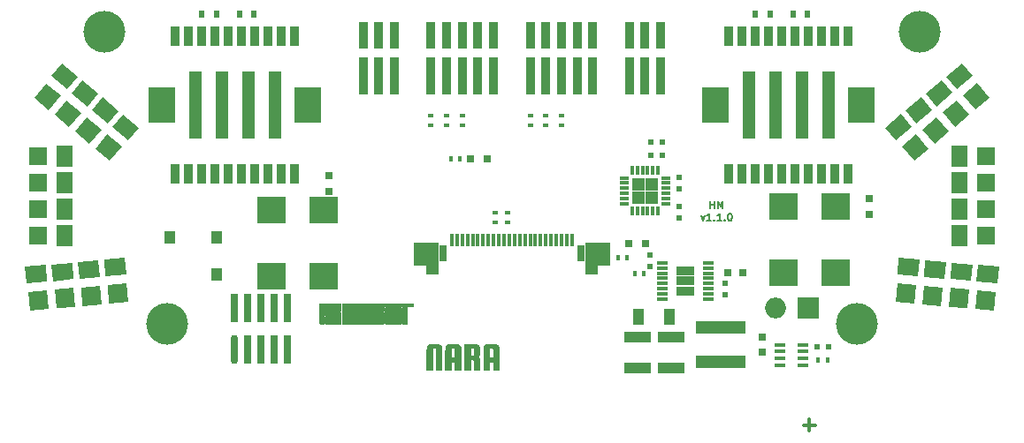
<source format=gbr>
G04 #@! TF.FileFunction,Soldermask,Top*
%FSLAX46Y46*%
G04 Gerber Fmt 4.6, Leading zero omitted, Abs format (unit mm)*
G04 Created by KiCad (PCBNEW 4.0.7-e2-6376~58~ubuntu16.04.1) date Wed Apr 25 00:12:18 2018*
%MOMM*%
%LPD*%
G01*
G04 APERTURE LIST*
%ADD10C,0.100000*%
%ADD11C,0.300000*%
%ADD12C,0.127000*%
%ADD13C,0.010000*%
%ADD14C,4.000000*%
%ADD15R,2.700000X2.550000*%
%ADD16R,0.850000X2.650000*%
%ADD17R,0.850000X3.550000*%
%ADD18R,4.700000X1.200000*%
%ADD19R,1.000000X1.300000*%
%ADD20R,1.000000X1.200000*%
%ADD21R,1.000000X0.300000*%
%ADD22R,0.825000X0.950000*%
%ADD23R,1.060000X0.400000*%
%ADD24R,0.300000X0.850000*%
%ADD25R,0.850000X0.300000*%
%ADD26R,1.300000X1.300000*%
%ADD27R,1.000000X1.600000*%
%ADD28R,0.500000X0.600000*%
%ADD29R,0.800000X0.750000*%
%ADD30R,0.750000X0.800000*%
%ADD31R,2.500000X1.000000*%
%ADD32R,0.600000X0.500000*%
%ADD33R,0.600000X0.700000*%
%ADD34R,0.800000X0.800000*%
%ADD35R,0.400000X0.600000*%
%ADD36R,0.600000X0.400000*%
%ADD37R,0.300000X1.250000*%
%ADD38R,2.400000X2.200000*%
%ADD39R,1.300000X0.850000*%
%ADD40R,0.800000X1.600000*%
%ADD41O,0.740000X2.800000*%
%ADD42R,0.740000X2.800000*%
%ADD43R,2.000000X2.000000*%
%ADD44O,2.000000X2.000000*%
%ADD45R,0.860000X1.930000*%
%ADD46R,2.500000X3.400000*%
%ADD47R,1.270000X6.400000*%
%ADD48R,1.600000X2.000000*%
%ADD49R,1.800000X1.800000*%
G04 APERTURE END LIST*
D10*
D11*
X76071428Y792857D02*
X74928571Y792857D01*
X75500000Y221429D02*
X75500000Y1364286D01*
D12*
X66000001Y21571833D02*
X66000001Y22271833D01*
X66000001Y21938500D02*
X66400001Y21938500D01*
X66400001Y21571833D02*
X66400001Y22271833D01*
X66733334Y21571833D02*
X66733334Y22271833D01*
X66966667Y21771833D01*
X67200000Y22271833D01*
X67200000Y21571833D01*
X65100000Y20861500D02*
X65266667Y20394833D01*
X65433333Y20861500D01*
X66066666Y20394833D02*
X65666666Y20394833D01*
X65866666Y20394833D02*
X65866666Y21094833D01*
X65800000Y20994833D01*
X65733333Y20928167D01*
X65666666Y20894833D01*
X66366667Y20461500D02*
X66400000Y20428167D01*
X66366667Y20394833D01*
X66333333Y20428167D01*
X66366667Y20461500D01*
X66366667Y20394833D01*
X67066666Y20394833D02*
X66666666Y20394833D01*
X66866666Y20394833D02*
X66866666Y21094833D01*
X66800000Y20994833D01*
X66733333Y20928167D01*
X66666666Y20894833D01*
X67366667Y20461500D02*
X67400000Y20428167D01*
X67366667Y20394833D01*
X67333333Y20428167D01*
X67366667Y20461500D01*
X67366667Y20394833D01*
X67833333Y21094833D02*
X67900000Y21094833D01*
X67966666Y21061500D01*
X68000000Y21028167D01*
X68033333Y20961500D01*
X68066666Y20828167D01*
X68066666Y20661500D01*
X68033333Y20528167D01*
X68000000Y20461500D01*
X67966666Y20428167D01*
X67900000Y20394833D01*
X67833333Y20394833D01*
X67766666Y20428167D01*
X67733333Y20461500D01*
X67700000Y20528167D01*
X67666666Y20661500D01*
X67666666Y20828167D01*
X67700000Y20961500D01*
X67733333Y21028167D01*
X67766666Y21061500D01*
X67833333Y21094833D01*
D13*
G36*
X39506442Y8569937D02*
X39595361Y8568950D01*
X39697693Y8567338D01*
X39778154Y8565635D01*
X39840272Y8563552D01*
X39887574Y8560797D01*
X39923590Y8557078D01*
X39951846Y8552106D01*
X39975871Y8545590D01*
X39999193Y8537237D01*
X40004330Y8535223D01*
X40085784Y8489945D01*
X40155316Y8425403D01*
X40207667Y8346843D01*
X40219516Y8320631D01*
X40248950Y8247750D01*
X40255844Y6044300D01*
X39721900Y6044300D01*
X39721900Y7096432D01*
X39721879Y7284563D01*
X39721795Y7448933D01*
X39721610Y7591182D01*
X39721291Y7712950D01*
X39720800Y7815876D01*
X39720104Y7901601D01*
X39719165Y7971763D01*
X39717950Y8028002D01*
X39716422Y8071958D01*
X39714545Y8105270D01*
X39712285Y8129577D01*
X39709606Y8146521D01*
X39706472Y8157739D01*
X39702849Y8164872D01*
X39698699Y8169560D01*
X39698674Y8169582D01*
X39681974Y8179707D01*
X39655503Y8186120D01*
X39614222Y8189518D01*
X39553092Y8190594D01*
X39546274Y8190601D01*
X39514596Y8191593D01*
X39486823Y8193537D01*
X39462703Y8194880D01*
X39441981Y8194070D01*
X39424403Y8189555D01*
X39409714Y8179785D01*
X39397661Y8163206D01*
X39387989Y8138268D01*
X39380444Y8103418D01*
X39374771Y8057104D01*
X39370717Y7997776D01*
X39368027Y7923880D01*
X39366447Y7833866D01*
X39365723Y7726181D01*
X39365600Y7599274D01*
X39365825Y7451593D01*
X39366143Y7281586D01*
X39366299Y7092050D01*
X39366300Y6044300D01*
X38832900Y6044300D01*
X38832900Y7089718D01*
X38833073Y7307526D01*
X38833592Y7502811D01*
X38834452Y7675210D01*
X38835648Y7824363D01*
X38837176Y7949909D01*
X38839032Y8051486D01*
X38841210Y8128733D01*
X38843708Y8181288D01*
X38846389Y8208107D01*
X38875604Y8314661D01*
X38920690Y8401620D01*
X38982499Y8469870D01*
X39061884Y8520300D01*
X39159698Y8553798D01*
X39183034Y8558838D01*
X39227866Y8564414D01*
X39296416Y8568115D01*
X39389127Y8569952D01*
X39506442Y8569937D01*
X39506442Y8569937D01*
G37*
X39506442Y8569937D02*
X39595361Y8568950D01*
X39697693Y8567338D01*
X39778154Y8565635D01*
X39840272Y8563552D01*
X39887574Y8560797D01*
X39923590Y8557078D01*
X39951846Y8552106D01*
X39975871Y8545590D01*
X39999193Y8537237D01*
X40004330Y8535223D01*
X40085784Y8489945D01*
X40155316Y8425403D01*
X40207667Y8346843D01*
X40219516Y8320631D01*
X40248950Y8247750D01*
X40255844Y6044300D01*
X39721900Y6044300D01*
X39721900Y7096432D01*
X39721879Y7284563D01*
X39721795Y7448933D01*
X39721610Y7591182D01*
X39721291Y7712950D01*
X39720800Y7815876D01*
X39720104Y7901601D01*
X39719165Y7971763D01*
X39717950Y8028002D01*
X39716422Y8071958D01*
X39714545Y8105270D01*
X39712285Y8129577D01*
X39709606Y8146521D01*
X39706472Y8157739D01*
X39702849Y8164872D01*
X39698699Y8169560D01*
X39698674Y8169582D01*
X39681974Y8179707D01*
X39655503Y8186120D01*
X39614222Y8189518D01*
X39553092Y8190594D01*
X39546274Y8190601D01*
X39514596Y8191593D01*
X39486823Y8193537D01*
X39462703Y8194880D01*
X39441981Y8194070D01*
X39424403Y8189555D01*
X39409714Y8179785D01*
X39397661Y8163206D01*
X39387989Y8138268D01*
X39380444Y8103418D01*
X39374771Y8057104D01*
X39370717Y7997776D01*
X39368027Y7923880D01*
X39366447Y7833866D01*
X39365723Y7726181D01*
X39365600Y7599274D01*
X39365825Y7451593D01*
X39366143Y7281586D01*
X39366299Y7092050D01*
X39366300Y6044300D01*
X38832900Y6044300D01*
X38832900Y7089718D01*
X38833073Y7307526D01*
X38833592Y7502811D01*
X38834452Y7675210D01*
X38835648Y7824363D01*
X38837176Y7949909D01*
X38839032Y8051486D01*
X38841210Y8128733D01*
X38843708Y8181288D01*
X38846389Y8208107D01*
X38875604Y8314661D01*
X38920690Y8401620D01*
X38982499Y8469870D01*
X39061884Y8520300D01*
X39159698Y8553798D01*
X39183034Y8558838D01*
X39227866Y8564414D01*
X39296416Y8568115D01*
X39389127Y8569952D01*
X39506442Y8569937D01*
G36*
X41459160Y8565190D02*
X41548531Y8564881D01*
X41618722Y8564130D01*
X41672843Y8562742D01*
X41714004Y8560524D01*
X41745314Y8557284D01*
X41769885Y8552826D01*
X41790825Y8546958D01*
X41811246Y8539486D01*
X41820430Y8535817D01*
X41902334Y8489674D01*
X41972132Y8424437D01*
X42024417Y8345514D01*
X42035616Y8320631D01*
X42065050Y8247750D01*
X42071944Y6044300D01*
X41538000Y6044300D01*
X41538000Y6883162D01*
X41150650Y6876150D01*
X41143952Y6044300D01*
X40610900Y6044300D01*
X40611292Y7063475D01*
X40611510Y7232626D01*
X40612017Y7394164D01*
X40612791Y7546126D01*
X40613810Y7686551D01*
X40614133Y7719642D01*
X41144487Y7719642D01*
X41144692Y7619544D01*
X41145363Y7527654D01*
X41146437Y7447033D01*
X41147857Y7380742D01*
X41149561Y7331840D01*
X41151490Y7303389D01*
X41152766Y7297367D01*
X41167823Y7294391D01*
X41203595Y7291873D01*
X41255400Y7290014D01*
X41318556Y7289016D01*
X41349616Y7288900D01*
X41538000Y7288900D01*
X41538000Y7724623D01*
X41537764Y7849829D01*
X41537011Y7951653D01*
X41535669Y8032112D01*
X41533669Y8093220D01*
X41530939Y8136992D01*
X41527409Y8165444D01*
X41523010Y8180590D01*
X41522001Y8182225D01*
X41512486Y8191260D01*
X41496694Y8197215D01*
X41470228Y8200537D01*
X41428693Y8201670D01*
X41367693Y8201061D01*
X41341379Y8200528D01*
X41274040Y8198883D01*
X41227617Y8196811D01*
X41197631Y8193435D01*
X41179601Y8187880D01*
X41169047Y8179269D01*
X41161489Y8166726D01*
X41160715Y8165200D01*
X41155921Y8148456D01*
X41152073Y8117839D01*
X41149099Y8071349D01*
X41146927Y8006989D01*
X41145482Y7922759D01*
X41144693Y7816661D01*
X41144487Y7719642D01*
X40614133Y7719642D01*
X40615051Y7813474D01*
X40616492Y7924932D01*
X40618111Y8018964D01*
X40619885Y8093605D01*
X40621793Y8146893D01*
X40623811Y8176864D01*
X40623938Y8177900D01*
X40642585Y8265745D01*
X40673724Y8348134D01*
X40714266Y8418469D01*
X40760698Y8469806D01*
X40800470Y8497263D01*
X40850040Y8524496D01*
X40877600Y8536933D01*
X40898077Y8544837D01*
X40918266Y8551117D01*
X40941260Y8555958D01*
X40970155Y8559547D01*
X41008048Y8562071D01*
X41058032Y8563716D01*
X41123203Y8564670D01*
X41206656Y8565118D01*
X41311488Y8565246D01*
X41347500Y8565250D01*
X41459160Y8565190D01*
X41459160Y8565190D01*
G37*
X41459160Y8565190D02*
X41548531Y8564881D01*
X41618722Y8564130D01*
X41672843Y8562742D01*
X41714004Y8560524D01*
X41745314Y8557284D01*
X41769885Y8552826D01*
X41790825Y8546958D01*
X41811246Y8539486D01*
X41820430Y8535817D01*
X41902334Y8489674D01*
X41972132Y8424437D01*
X42024417Y8345514D01*
X42035616Y8320631D01*
X42065050Y8247750D01*
X42071944Y6044300D01*
X41538000Y6044300D01*
X41538000Y6883162D01*
X41150650Y6876150D01*
X41143952Y6044300D01*
X40610900Y6044300D01*
X40611292Y7063475D01*
X40611510Y7232626D01*
X40612017Y7394164D01*
X40612791Y7546126D01*
X40613810Y7686551D01*
X40614133Y7719642D01*
X41144487Y7719642D01*
X41144692Y7619544D01*
X41145363Y7527654D01*
X41146437Y7447033D01*
X41147857Y7380742D01*
X41149561Y7331840D01*
X41151490Y7303389D01*
X41152766Y7297367D01*
X41167823Y7294391D01*
X41203595Y7291873D01*
X41255400Y7290014D01*
X41318556Y7289016D01*
X41349616Y7288900D01*
X41538000Y7288900D01*
X41538000Y7724623D01*
X41537764Y7849829D01*
X41537011Y7951653D01*
X41535669Y8032112D01*
X41533669Y8093220D01*
X41530939Y8136992D01*
X41527409Y8165444D01*
X41523010Y8180590D01*
X41522001Y8182225D01*
X41512486Y8191260D01*
X41496694Y8197215D01*
X41470228Y8200537D01*
X41428693Y8201670D01*
X41367693Y8201061D01*
X41341379Y8200528D01*
X41274040Y8198883D01*
X41227617Y8196811D01*
X41197631Y8193435D01*
X41179601Y8187880D01*
X41169047Y8179269D01*
X41161489Y8166726D01*
X41160715Y8165200D01*
X41155921Y8148456D01*
X41152073Y8117839D01*
X41149099Y8071349D01*
X41146927Y8006989D01*
X41145482Y7922759D01*
X41144693Y7816661D01*
X41144487Y7719642D01*
X40614133Y7719642D01*
X40615051Y7813474D01*
X40616492Y7924932D01*
X40618111Y8018964D01*
X40619885Y8093605D01*
X40621793Y8146893D01*
X40623811Y8176864D01*
X40623938Y8177900D01*
X40642585Y8265745D01*
X40673724Y8348134D01*
X40714266Y8418469D01*
X40760698Y8469806D01*
X40800470Y8497263D01*
X40850040Y8524496D01*
X40877600Y8536933D01*
X40898077Y8544837D01*
X40918266Y8551117D01*
X40941260Y8555958D01*
X40970155Y8559547D01*
X41008048Y8562071D01*
X41058032Y8563716D01*
X41123203Y8564670D01*
X41206656Y8565118D01*
X41311488Y8565246D01*
X41347500Y8565250D01*
X41459160Y8565190D01*
G36*
X43120592Y8533128D02*
X43243366Y8532041D01*
X43349777Y8530289D01*
X43437809Y8527920D01*
X43505451Y8524981D01*
X43550688Y8521520D01*
X43563981Y8519664D01*
X43665620Y8489801D01*
X43750433Y8440935D01*
X43818335Y8373135D01*
X43869242Y8286469D01*
X43877012Y8267808D01*
X43886641Y8240878D01*
X43893958Y8212925D01*
X43899386Y8179718D01*
X43903346Y8137024D01*
X43906257Y8080611D01*
X43908543Y8006246D01*
X43910120Y7935139D01*
X43911414Y7823568D01*
X43910473Y7730806D01*
X43907352Y7658893D01*
X43902108Y7609870D01*
X43900884Y7603350D01*
X43874317Y7523194D01*
X43831703Y7451639D01*
X43777511Y7395577D01*
X43756704Y7380933D01*
X43702208Y7347004D01*
X43759397Y7308427D01*
X43818282Y7253923D01*
X43848867Y7206718D01*
X43881150Y7143586D01*
X43884833Y6593943D01*
X43888517Y6044300D01*
X43354100Y6044300D01*
X43354100Y6527735D01*
X43353744Y6665323D01*
X43352697Y6782872D01*
X43350983Y6879371D01*
X43348629Y6953807D01*
X43345661Y7005169D01*
X43342105Y7032447D01*
X43340953Y7035735D01*
X43333283Y7046026D01*
X43320318Y7052980D01*
X43297579Y7057237D01*
X43260587Y7059442D01*
X43204865Y7060234D01*
X43169503Y7060300D01*
X43011200Y7060300D01*
X43011200Y6044300D01*
X42477800Y6044300D01*
X42477800Y8165200D01*
X43011200Y8165200D01*
X43011200Y7441300D01*
X43175579Y7441300D01*
X43243203Y7441551D01*
X43290021Y7442773D01*
X43320623Y7445670D01*
X43339603Y7450945D01*
X43351552Y7459303D01*
X43359729Y7469526D01*
X43366951Y7492590D01*
X43372754Y7536216D01*
X43377146Y7596041D01*
X43380135Y7667700D01*
X43381730Y7746827D01*
X43381938Y7829059D01*
X43380767Y7910029D01*
X43378227Y7985375D01*
X43374324Y8050731D01*
X43369067Y8101732D01*
X43362464Y8134013D01*
X43358481Y8141975D01*
X43346718Y8151703D01*
X43329155Y8158309D01*
X43301216Y8162371D01*
X43258320Y8164467D01*
X43195890Y8165173D01*
X43174331Y8165200D01*
X43011200Y8165200D01*
X42477800Y8165200D01*
X42477800Y8533500D01*
X42983467Y8533500D01*
X43120592Y8533128D01*
X43120592Y8533128D01*
G37*
X43120592Y8533128D02*
X43243366Y8532041D01*
X43349777Y8530289D01*
X43437809Y8527920D01*
X43505451Y8524981D01*
X43550688Y8521520D01*
X43563981Y8519664D01*
X43665620Y8489801D01*
X43750433Y8440935D01*
X43818335Y8373135D01*
X43869242Y8286469D01*
X43877012Y8267808D01*
X43886641Y8240878D01*
X43893958Y8212925D01*
X43899386Y8179718D01*
X43903346Y8137024D01*
X43906257Y8080611D01*
X43908543Y8006246D01*
X43910120Y7935139D01*
X43911414Y7823568D01*
X43910473Y7730806D01*
X43907352Y7658893D01*
X43902108Y7609870D01*
X43900884Y7603350D01*
X43874317Y7523194D01*
X43831703Y7451639D01*
X43777511Y7395577D01*
X43756704Y7380933D01*
X43702208Y7347004D01*
X43759397Y7308427D01*
X43818282Y7253923D01*
X43848867Y7206718D01*
X43881150Y7143586D01*
X43884833Y6593943D01*
X43888517Y6044300D01*
X43354100Y6044300D01*
X43354100Y6527735D01*
X43353744Y6665323D01*
X43352697Y6782872D01*
X43350983Y6879371D01*
X43348629Y6953807D01*
X43345661Y7005169D01*
X43342105Y7032447D01*
X43340953Y7035735D01*
X43333283Y7046026D01*
X43320318Y7052980D01*
X43297579Y7057237D01*
X43260587Y7059442D01*
X43204865Y7060234D01*
X43169503Y7060300D01*
X43011200Y7060300D01*
X43011200Y6044300D01*
X42477800Y6044300D01*
X42477800Y8165200D01*
X43011200Y8165200D01*
X43011200Y7441300D01*
X43175579Y7441300D01*
X43243203Y7441551D01*
X43290021Y7442773D01*
X43320623Y7445670D01*
X43339603Y7450945D01*
X43351552Y7459303D01*
X43359729Y7469526D01*
X43366951Y7492590D01*
X43372754Y7536216D01*
X43377146Y7596041D01*
X43380135Y7667700D01*
X43381730Y7746827D01*
X43381938Y7829059D01*
X43380767Y7910029D01*
X43378227Y7985375D01*
X43374324Y8050731D01*
X43369067Y8101732D01*
X43362464Y8134013D01*
X43358481Y8141975D01*
X43346718Y8151703D01*
X43329155Y8158309D01*
X43301216Y8162371D01*
X43258320Y8164467D01*
X43195890Y8165173D01*
X43174331Y8165200D01*
X43011200Y8165200D01*
X42477800Y8165200D01*
X42477800Y8533500D01*
X42983467Y8533500D01*
X43120592Y8533128D01*
G36*
X45116760Y8565190D02*
X45206131Y8564881D01*
X45276322Y8564130D01*
X45330443Y8562742D01*
X45371604Y8560524D01*
X45402914Y8557284D01*
X45427485Y8552826D01*
X45448425Y8546958D01*
X45468846Y8539486D01*
X45478030Y8535817D01*
X45559934Y8489674D01*
X45629732Y8424437D01*
X45682017Y8345514D01*
X45693216Y8320631D01*
X45722650Y8247750D01*
X45729544Y6044300D01*
X45195600Y6044300D01*
X45195600Y6883162D01*
X44808250Y6876150D01*
X44801552Y6044300D01*
X44268500Y6044300D01*
X44268892Y7063475D01*
X44269110Y7232626D01*
X44269617Y7394164D01*
X44270391Y7546126D01*
X44271410Y7686551D01*
X44271733Y7719642D01*
X44802087Y7719642D01*
X44802292Y7619544D01*
X44802963Y7527654D01*
X44804037Y7447033D01*
X44805457Y7380742D01*
X44807161Y7331840D01*
X44809090Y7303389D01*
X44810366Y7297367D01*
X44825423Y7294391D01*
X44861195Y7291873D01*
X44913000Y7290014D01*
X44976156Y7289016D01*
X45007216Y7288900D01*
X45195600Y7288900D01*
X45195600Y7724623D01*
X45195364Y7849829D01*
X45194611Y7951653D01*
X45193269Y8032112D01*
X45191269Y8093220D01*
X45188539Y8136992D01*
X45185009Y8165444D01*
X45180610Y8180590D01*
X45179601Y8182225D01*
X45170086Y8191260D01*
X45154294Y8197215D01*
X45127828Y8200537D01*
X45086293Y8201670D01*
X45025293Y8201061D01*
X44998979Y8200528D01*
X44931640Y8198883D01*
X44885217Y8196811D01*
X44855231Y8193435D01*
X44837201Y8187880D01*
X44826647Y8179269D01*
X44819089Y8166726D01*
X44818315Y8165200D01*
X44813521Y8148456D01*
X44809673Y8117839D01*
X44806699Y8071349D01*
X44804527Y8006989D01*
X44803082Y7922759D01*
X44802293Y7816661D01*
X44802087Y7719642D01*
X44271733Y7719642D01*
X44272651Y7813474D01*
X44274092Y7924932D01*
X44275711Y8018964D01*
X44277485Y8093605D01*
X44279393Y8146893D01*
X44281411Y8176864D01*
X44281538Y8177900D01*
X44300185Y8265745D01*
X44331324Y8348134D01*
X44371866Y8418469D01*
X44418298Y8469806D01*
X44458070Y8497263D01*
X44507640Y8524496D01*
X44535200Y8536933D01*
X44555677Y8544837D01*
X44575866Y8551117D01*
X44598860Y8555958D01*
X44627755Y8559547D01*
X44665648Y8562071D01*
X44715632Y8563716D01*
X44780803Y8564670D01*
X44864256Y8565118D01*
X44969088Y8565246D01*
X45005100Y8565250D01*
X45116760Y8565190D01*
X45116760Y8565190D01*
G37*
X45116760Y8565190D02*
X45206131Y8564881D01*
X45276322Y8564130D01*
X45330443Y8562742D01*
X45371604Y8560524D01*
X45402914Y8557284D01*
X45427485Y8552826D01*
X45448425Y8546958D01*
X45468846Y8539486D01*
X45478030Y8535817D01*
X45559934Y8489674D01*
X45629732Y8424437D01*
X45682017Y8345514D01*
X45693216Y8320631D01*
X45722650Y8247750D01*
X45729544Y6044300D01*
X45195600Y6044300D01*
X45195600Y6883162D01*
X44808250Y6876150D01*
X44801552Y6044300D01*
X44268500Y6044300D01*
X44268892Y7063475D01*
X44269110Y7232626D01*
X44269617Y7394164D01*
X44270391Y7546126D01*
X44271410Y7686551D01*
X44271733Y7719642D01*
X44802087Y7719642D01*
X44802292Y7619544D01*
X44802963Y7527654D01*
X44804037Y7447033D01*
X44805457Y7380742D01*
X44807161Y7331840D01*
X44809090Y7303389D01*
X44810366Y7297367D01*
X44825423Y7294391D01*
X44861195Y7291873D01*
X44913000Y7290014D01*
X44976156Y7289016D01*
X45007216Y7288900D01*
X45195600Y7288900D01*
X45195600Y7724623D01*
X45195364Y7849829D01*
X45194611Y7951653D01*
X45193269Y8032112D01*
X45191269Y8093220D01*
X45188539Y8136992D01*
X45185009Y8165444D01*
X45180610Y8180590D01*
X45179601Y8182225D01*
X45170086Y8191260D01*
X45154294Y8197215D01*
X45127828Y8200537D01*
X45086293Y8201670D01*
X45025293Y8201061D01*
X44998979Y8200528D01*
X44931640Y8198883D01*
X44885217Y8196811D01*
X44855231Y8193435D01*
X44837201Y8187880D01*
X44826647Y8179269D01*
X44819089Y8166726D01*
X44818315Y8165200D01*
X44813521Y8148456D01*
X44809673Y8117839D01*
X44806699Y8071349D01*
X44804527Y8006989D01*
X44803082Y7922759D01*
X44802293Y7816661D01*
X44802087Y7719642D01*
X44271733Y7719642D01*
X44272651Y7813474D01*
X44274092Y7924932D01*
X44275711Y8018964D01*
X44277485Y8093605D01*
X44279393Y8146893D01*
X44281411Y8176864D01*
X44281538Y8177900D01*
X44300185Y8265745D01*
X44331324Y8348134D01*
X44371866Y8418469D01*
X44418298Y8469806D01*
X44458070Y8497263D01*
X44507640Y8524496D01*
X44535200Y8536933D01*
X44555677Y8544837D01*
X44575866Y8551117D01*
X44598860Y8555958D01*
X44627755Y8559547D01*
X44665648Y8562071D01*
X44715632Y8563716D01*
X44780803Y8564670D01*
X44864256Y8565118D01*
X44969088Y8565246D01*
X45005100Y8565250D01*
X45116760Y8565190D01*
G36*
X30526425Y12439150D02*
X30548540Y12426180D01*
X30570253Y12407467D01*
X30574567Y12402870D01*
X30597396Y12377479D01*
X30594620Y11786215D01*
X30579301Y11761442D01*
X30563137Y11740814D01*
X30542089Y11725352D01*
X30536811Y11722475D01*
X30509639Y11708280D01*
X29067954Y11708280D01*
X29070620Y12081660D01*
X30206000Y12084244D01*
X30206000Y12190880D01*
X28961430Y12190880D01*
X28958860Y10517020D01*
X28786140Y10516153D01*
X28744651Y10516067D01*
X28705931Y10516221D01*
X28671271Y10516589D01*
X28641966Y10517151D01*
X28619310Y10517883D01*
X28604594Y10518762D01*
X28599660Y10519468D01*
X28573803Y10532486D01*
X28552691Y10553801D01*
X28541761Y10572395D01*
X28529699Y10598300D01*
X28529649Y11480370D01*
X28529600Y12362440D01*
X28543790Y12389604D01*
X28560542Y12414248D01*
X28579787Y12432094D01*
X28601594Y12447420D01*
X30501112Y12450040D01*
X30526425Y12439150D01*
X30526425Y12439150D01*
G37*
X30526425Y12439150D02*
X30548540Y12426180D01*
X30570253Y12407467D01*
X30574567Y12402870D01*
X30597396Y12377479D01*
X30594620Y11786215D01*
X30579301Y11761442D01*
X30563137Y11740814D01*
X30542089Y11725352D01*
X30536811Y11722475D01*
X30509639Y11708280D01*
X29067954Y11708280D01*
X29070620Y12081660D01*
X30206000Y12084244D01*
X30206000Y12190880D01*
X28961430Y12190880D01*
X28958860Y10517020D01*
X28786140Y10516153D01*
X28744651Y10516067D01*
X28705931Y10516221D01*
X28671271Y10516589D01*
X28641966Y10517151D01*
X28619310Y10517883D01*
X28604594Y10518762D01*
X28599660Y10519468D01*
X28573803Y10532486D01*
X28552691Y10553801D01*
X28541761Y10572395D01*
X28529699Y10598300D01*
X28529649Y11480370D01*
X28529600Y12362440D01*
X28543790Y12389604D01*
X28560542Y12414248D01*
X28579787Y12432094D01*
X28601594Y12447420D01*
X30501112Y12450040D01*
X30526425Y12439150D01*
G36*
X29879798Y11596482D02*
X29980531Y11596369D01*
X30072978Y11596182D01*
X30156952Y11595923D01*
X30232265Y11595592D01*
X30298730Y11595192D01*
X30356159Y11594723D01*
X30404366Y11594186D01*
X30443162Y11593584D01*
X30472361Y11592917D01*
X30491775Y11592187D01*
X30501216Y11591395D01*
X30536911Y11581371D01*
X30563962Y11566232D01*
X30582576Y11545856D01*
X30585386Y11540987D01*
X30597160Y11518722D01*
X30597160Y10582673D01*
X30585730Y10560304D01*
X30575758Y10544471D01*
X30564169Y10531052D01*
X30559958Y10527478D01*
X30557855Y10526016D01*
X30555419Y10524697D01*
X30552142Y10523511D01*
X30547518Y10522451D01*
X30541039Y10521509D01*
X30532197Y10520677D01*
X30520485Y10519946D01*
X30505396Y10519308D01*
X30486423Y10518756D01*
X30463058Y10518280D01*
X30434794Y10517873D01*
X30401123Y10517527D01*
X30361539Y10517234D01*
X30315533Y10516985D01*
X30262599Y10516773D01*
X30202228Y10516589D01*
X30133915Y10516424D01*
X30057151Y10516272D01*
X29971429Y10516124D01*
X29876241Y10515971D01*
X29838598Y10515912D01*
X29737002Y10515767D01*
X29645103Y10515668D01*
X29562438Y10515620D01*
X29488544Y10515626D01*
X29422957Y10515689D01*
X29365216Y10515814D01*
X29314856Y10516003D01*
X29271415Y10516261D01*
X29234430Y10516592D01*
X29203437Y10516998D01*
X29177974Y10517484D01*
X29157578Y10518052D01*
X29141785Y10518708D01*
X29130133Y10519454D01*
X29122159Y10520294D01*
X29117399Y10521233D01*
X29116340Y10521614D01*
X29094003Y10536758D01*
X29079014Y10558904D01*
X29073593Y10575440D01*
X29072431Y10585674D01*
X29071414Y10604848D01*
X29070542Y10631745D01*
X29069816Y10665148D01*
X29069237Y10703837D01*
X29068807Y10746596D01*
X29068525Y10792205D01*
X29068393Y10839448D01*
X29068412Y10887106D01*
X29068583Y10933962D01*
X29068907Y10978796D01*
X29069384Y11020392D01*
X29070016Y11057531D01*
X29070803Y11088996D01*
X29071746Y11113568D01*
X29072847Y11130029D01*
X29073174Y11132948D01*
X29078300Y11162136D01*
X29085565Y11183158D01*
X29096022Y11197950D01*
X29110722Y11208446D01*
X29115406Y11210728D01*
X29119232Y11212321D01*
X29123679Y11213728D01*
X29129365Y11214962D01*
X29136907Y11216035D01*
X29146922Y11216956D01*
X29160027Y11217739D01*
X29176838Y11218395D01*
X29197974Y11218935D01*
X29224050Y11219371D01*
X29255684Y11219714D01*
X29293493Y11219976D01*
X29338094Y11220169D01*
X29390104Y11220305D01*
X29450140Y11220394D01*
X29518819Y11220448D01*
X29596758Y11220479D01*
X29635770Y11220489D01*
X30134880Y11220600D01*
X30134880Y10920880D01*
X29403360Y10920880D01*
X29403360Y10824360D01*
X30221240Y10824360D01*
X30221240Y11332360D01*
X29068080Y11332360D01*
X29068080Y11596520D01*
X29770966Y11596520D01*
X29879798Y11596482D01*
X29879798Y11596482D01*
G37*
X29879798Y11596482D02*
X29980531Y11596369D01*
X30072978Y11596182D01*
X30156952Y11595923D01*
X30232265Y11595592D01*
X30298730Y11595192D01*
X30356159Y11594723D01*
X30404366Y11594186D01*
X30443162Y11593584D01*
X30472361Y11592917D01*
X30491775Y11592187D01*
X30501216Y11591395D01*
X30536911Y11581371D01*
X30563962Y11566232D01*
X30582576Y11545856D01*
X30585386Y11540987D01*
X30597160Y11518722D01*
X30597160Y10582673D01*
X30585730Y10560304D01*
X30575758Y10544471D01*
X30564169Y10531052D01*
X30559958Y10527478D01*
X30557855Y10526016D01*
X30555419Y10524697D01*
X30552142Y10523511D01*
X30547518Y10522451D01*
X30541039Y10521509D01*
X30532197Y10520677D01*
X30520485Y10519946D01*
X30505396Y10519308D01*
X30486423Y10518756D01*
X30463058Y10518280D01*
X30434794Y10517873D01*
X30401123Y10517527D01*
X30361539Y10517234D01*
X30315533Y10516985D01*
X30262599Y10516773D01*
X30202228Y10516589D01*
X30133915Y10516424D01*
X30057151Y10516272D01*
X29971429Y10516124D01*
X29876241Y10515971D01*
X29838598Y10515912D01*
X29737002Y10515767D01*
X29645103Y10515668D01*
X29562438Y10515620D01*
X29488544Y10515626D01*
X29422957Y10515689D01*
X29365216Y10515814D01*
X29314856Y10516003D01*
X29271415Y10516261D01*
X29234430Y10516592D01*
X29203437Y10516998D01*
X29177974Y10517484D01*
X29157578Y10518052D01*
X29141785Y10518708D01*
X29130133Y10519454D01*
X29122159Y10520294D01*
X29117399Y10521233D01*
X29116340Y10521614D01*
X29094003Y10536758D01*
X29079014Y10558904D01*
X29073593Y10575440D01*
X29072431Y10585674D01*
X29071414Y10604848D01*
X29070542Y10631745D01*
X29069816Y10665148D01*
X29069237Y10703837D01*
X29068807Y10746596D01*
X29068525Y10792205D01*
X29068393Y10839448D01*
X29068412Y10887106D01*
X29068583Y10933962D01*
X29068907Y10978796D01*
X29069384Y11020392D01*
X29070016Y11057531D01*
X29070803Y11088996D01*
X29071746Y11113568D01*
X29072847Y11130029D01*
X29073174Y11132948D01*
X29078300Y11162136D01*
X29085565Y11183158D01*
X29096022Y11197950D01*
X29110722Y11208446D01*
X29115406Y11210728D01*
X29119232Y11212321D01*
X29123679Y11213728D01*
X29129365Y11214962D01*
X29136907Y11216035D01*
X29146922Y11216956D01*
X29160027Y11217739D01*
X29176838Y11218395D01*
X29197974Y11218935D01*
X29224050Y11219371D01*
X29255684Y11219714D01*
X29293493Y11219976D01*
X29338094Y11220169D01*
X29390104Y11220305D01*
X29450140Y11220394D01*
X29518819Y11220448D01*
X29596758Y11220479D01*
X29635770Y11220489D01*
X30134880Y11220600D01*
X30134880Y10920880D01*
X29403360Y10920880D01*
X29403360Y10824360D01*
X30221240Y10824360D01*
X30221240Y11332360D01*
X29068080Y11332360D01*
X29068080Y11596520D01*
X29770966Y11596520D01*
X29879798Y11596482D01*
G36*
X31574919Y12076575D02*
X31662056Y12076554D01*
X31740070Y12076511D01*
X31809482Y12076438D01*
X31870809Y12076330D01*
X31924571Y12076180D01*
X31971287Y12075980D01*
X32011475Y12075725D01*
X32045655Y12075406D01*
X32074346Y12075019D01*
X32098066Y12074555D01*
X32117334Y12074008D01*
X32132670Y12073371D01*
X32144593Y12072638D01*
X32153620Y12071802D01*
X32160272Y12070856D01*
X32165068Y12069794D01*
X32168525Y12068608D01*
X32170642Y12067585D01*
X32180074Y12062195D01*
X32187601Y12056687D01*
X32193451Y12049904D01*
X32197855Y12040686D01*
X32201041Y12027877D01*
X32203240Y12010318D01*
X32204680Y11986852D01*
X32205592Y11956320D01*
X32206204Y11917564D01*
X32206562Y11886318D01*
X32206867Y11848089D01*
X32206938Y11812463D01*
X32206791Y11780913D01*
X32206437Y11754912D01*
X32205892Y11735933D01*
X32205168Y11725449D01*
X32205062Y11724790D01*
X32201979Y11708280D01*
X31079760Y11708280D01*
X31079760Y11325531D01*
X31079715Y11262484D01*
X31079587Y11201223D01*
X31079383Y11142686D01*
X31079109Y11087812D01*
X31078773Y11037537D01*
X31078382Y10992802D01*
X31077942Y10954543D01*
X31077462Y10923699D01*
X31076948Y10901209D01*
X31076448Y10888651D01*
X31073136Y10834520D01*
X32690120Y10834520D01*
X32690120Y10697108D01*
X32690035Y10652726D01*
X32689653Y10617349D01*
X32688780Y10589825D01*
X32687226Y10568999D01*
X32684796Y10553718D01*
X32681298Y10542828D01*
X32676540Y10535176D01*
X32670330Y10529608D01*
X32662474Y10524970D01*
X32661290Y10524360D01*
X32654421Y10523414D01*
X32638008Y10522513D01*
X32612670Y10521658D01*
X32579023Y10520850D01*
X32537683Y10520089D01*
X32489269Y10519377D01*
X32434396Y10518714D01*
X32373682Y10518102D01*
X32307744Y10517540D01*
X32237199Y10517030D01*
X32162664Y10516574D01*
X32084755Y10516171D01*
X32004091Y10515823D01*
X31921286Y10515530D01*
X31836960Y10515294D01*
X31751728Y10515115D01*
X31666208Y10514995D01*
X31581016Y10514933D01*
X31496770Y10514932D01*
X31414086Y10514991D01*
X31333582Y10515113D01*
X31255874Y10515296D01*
X31181580Y10515544D01*
X31111315Y10515856D01*
X31045699Y10516233D01*
X30985346Y10516677D01*
X30930875Y10517187D01*
X30882902Y10517766D01*
X30842045Y10518414D01*
X30808919Y10519131D01*
X30784143Y10519919D01*
X30768333Y10520779D01*
X30762260Y10521623D01*
X30747931Y10530347D01*
X30734549Y10541935D01*
X30734320Y10542182D01*
X30721620Y10555939D01*
X30721620Y12001921D01*
X30737500Y12024011D01*
X30751674Y12040079D01*
X30769450Y12055558D01*
X30777742Y12061340D01*
X30802103Y12076580D01*
X31478141Y12076580D01*
X31574919Y12076575D01*
X31574919Y12076575D01*
G37*
X31574919Y12076575D02*
X31662056Y12076554D01*
X31740070Y12076511D01*
X31809482Y12076438D01*
X31870809Y12076330D01*
X31924571Y12076180D01*
X31971287Y12075980D01*
X32011475Y12075725D01*
X32045655Y12075406D01*
X32074346Y12075019D01*
X32098066Y12074555D01*
X32117334Y12074008D01*
X32132670Y12073371D01*
X32144593Y12072638D01*
X32153620Y12071802D01*
X32160272Y12070856D01*
X32165068Y12069794D01*
X32168525Y12068608D01*
X32170642Y12067585D01*
X32180074Y12062195D01*
X32187601Y12056687D01*
X32193451Y12049904D01*
X32197855Y12040686D01*
X32201041Y12027877D01*
X32203240Y12010318D01*
X32204680Y11986852D01*
X32205592Y11956320D01*
X32206204Y11917564D01*
X32206562Y11886318D01*
X32206867Y11848089D01*
X32206938Y11812463D01*
X32206791Y11780913D01*
X32206437Y11754912D01*
X32205892Y11735933D01*
X32205168Y11725449D01*
X32205062Y11724790D01*
X32201979Y11708280D01*
X31079760Y11708280D01*
X31079760Y11325531D01*
X31079715Y11262484D01*
X31079587Y11201223D01*
X31079383Y11142686D01*
X31079109Y11087812D01*
X31078773Y11037537D01*
X31078382Y10992802D01*
X31077942Y10954543D01*
X31077462Y10923699D01*
X31076948Y10901209D01*
X31076448Y10888651D01*
X31073136Y10834520D01*
X32690120Y10834520D01*
X32690120Y10697108D01*
X32690035Y10652726D01*
X32689653Y10617349D01*
X32688780Y10589825D01*
X32687226Y10568999D01*
X32684796Y10553718D01*
X32681298Y10542828D01*
X32676540Y10535176D01*
X32670330Y10529608D01*
X32662474Y10524970D01*
X32661290Y10524360D01*
X32654421Y10523414D01*
X32638008Y10522513D01*
X32612670Y10521658D01*
X32579023Y10520850D01*
X32537683Y10520089D01*
X32489269Y10519377D01*
X32434396Y10518714D01*
X32373682Y10518102D01*
X32307744Y10517540D01*
X32237199Y10517030D01*
X32162664Y10516574D01*
X32084755Y10516171D01*
X32004091Y10515823D01*
X31921286Y10515530D01*
X31836960Y10515294D01*
X31751728Y10515115D01*
X31666208Y10514995D01*
X31581016Y10514933D01*
X31496770Y10514932D01*
X31414086Y10514991D01*
X31333582Y10515113D01*
X31255874Y10515296D01*
X31181580Y10515544D01*
X31111315Y10515856D01*
X31045699Y10516233D01*
X30985346Y10516677D01*
X30930875Y10517187D01*
X30882902Y10517766D01*
X30842045Y10518414D01*
X30808919Y10519131D01*
X30784143Y10519919D01*
X30768333Y10520779D01*
X30762260Y10521623D01*
X30747931Y10530347D01*
X30734549Y10541935D01*
X30734320Y10542182D01*
X30721620Y10555939D01*
X30721620Y12001921D01*
X30737500Y12024011D01*
X30751674Y12040079D01*
X30769450Y12055558D01*
X30777742Y12061340D01*
X30802103Y12076580D01*
X31478141Y12076580D01*
X31574919Y12076575D01*
G36*
X34356520Y12449376D02*
X34411136Y12449234D01*
X34459172Y12448993D01*
X34501073Y12448639D01*
X34537287Y12448161D01*
X34568262Y12447543D01*
X34594444Y12446774D01*
X34616281Y12445839D01*
X34634221Y12444725D01*
X34648710Y12443419D01*
X34660196Y12441907D01*
X34669127Y12440176D01*
X34675948Y12438213D01*
X34681109Y12436005D01*
X34685056Y12433537D01*
X34688236Y12430797D01*
X34691097Y12427771D01*
X34694086Y12424447D01*
X34697651Y12420809D01*
X34697990Y12420490D01*
X34711960Y12407420D01*
X34711960Y12086121D01*
X34711871Y12008743D01*
X34711606Y11941505D01*
X34711164Y11884390D01*
X34710545Y11837378D01*
X34709748Y11800452D01*
X34708774Y11773593D01*
X34707621Y11756784D01*
X34706556Y11750521D01*
X34699201Y11736888D01*
X34688645Y11723125D01*
X34687826Y11722250D01*
X34674499Y11708280D01*
X33243840Y11708280D01*
X33243840Y11596520D01*
X33952663Y11596520D01*
X34053590Y11596508D01*
X34144837Y11596469D01*
X34226885Y11596397D01*
X34300215Y11596288D01*
X34365307Y11596137D01*
X34422640Y11595940D01*
X34472697Y11595691D01*
X34515956Y11595386D01*
X34552899Y11595020D01*
X34584006Y11594589D01*
X34609757Y11594087D01*
X34630633Y11593509D01*
X34647115Y11592852D01*
X34659682Y11592110D01*
X34668815Y11591278D01*
X34674995Y11590352D01*
X34678702Y11589327D01*
X34678765Y11589301D01*
X34684192Y11587193D01*
X34688993Y11585277D01*
X34693209Y11582954D01*
X34696876Y11579625D01*
X34700034Y11574692D01*
X34702719Y11567555D01*
X34704970Y11557617D01*
X34706824Y11544278D01*
X34708321Y11526940D01*
X34709498Y11505004D01*
X34710393Y11477871D01*
X34711044Y11444943D01*
X34711490Y11405622D01*
X34711767Y11359307D01*
X34711915Y11305401D01*
X34711971Y11243306D01*
X34711974Y11172421D01*
X34711961Y11092149D01*
X34711960Y11066989D01*
X34711960Y10582673D01*
X34700530Y10560301D01*
X34684836Y10538779D01*
X34668780Y10527475D01*
X34666158Y10526172D01*
X34663284Y10524981D01*
X34659707Y10523897D01*
X34654976Y10522914D01*
X34648640Y10522026D01*
X34640248Y10521228D01*
X34629349Y10520513D01*
X34615493Y10519876D01*
X34598227Y10519312D01*
X34577102Y10518814D01*
X34551667Y10518377D01*
X34521470Y10517995D01*
X34486061Y10517662D01*
X34444988Y10517373D01*
X34397801Y10517122D01*
X34344050Y10516903D01*
X34283282Y10516711D01*
X34215048Y10516539D01*
X34138895Y10516382D01*
X34054374Y10516235D01*
X33961034Y10516091D01*
X33858423Y10515945D01*
X33749300Y10515795D01*
X33632755Y10515649D01*
X33525990Y10515545D01*
X33428623Y10515485D01*
X33340274Y10515471D01*
X33260561Y10515504D01*
X33189105Y10515588D01*
X33125525Y10515725D01*
X33069439Y10515916D01*
X33020467Y10516163D01*
X32978228Y10516470D01*
X32942342Y10516837D01*
X32912427Y10517268D01*
X32888104Y10517763D01*
X32868991Y10518327D01*
X32854707Y10518959D01*
X32844872Y10519664D01*
X32839105Y10520442D01*
X32837440Y10520945D01*
X32826673Y10529748D01*
X32816910Y10542976D01*
X32815813Y10545031D01*
X32813098Y10551345D01*
X32811019Y10559028D01*
X32809511Y10569370D01*
X32808510Y10583662D01*
X32807950Y10603192D01*
X32807768Y10629252D01*
X32807900Y10663130D01*
X32808193Y10697360D01*
X32809500Y10831980D01*
X34300480Y10834554D01*
X34300480Y10941200D01*
X33565150Y10941270D01*
X33479354Y10941299D01*
X33396243Y10941368D01*
X33316393Y10941474D01*
X33240381Y10941615D01*
X33168784Y10941790D01*
X33102180Y10941994D01*
X33041145Y10942226D01*
X32986256Y10942483D01*
X32938091Y10942764D01*
X32897226Y10943064D01*
X32864240Y10943383D01*
X32839708Y10943718D01*
X32824208Y10944066D01*
X32818367Y10944408D01*
X32806915Y10947477D01*
X32808207Y11512029D01*
X32809500Y12076580D01*
X34300480Y12079154D01*
X34300480Y12190880D01*
X32806960Y12190880D01*
X32806960Y12278858D01*
X32807417Y12320385D01*
X32808984Y12353227D01*
X32811946Y12378826D01*
X32816593Y12398626D01*
X32823214Y12414068D01*
X32832096Y12426594D01*
X32837653Y12432386D01*
X32853346Y12447420D01*
X33752344Y12448732D01*
X33865557Y12448907D01*
X33969056Y12449076D01*
X34063290Y12449226D01*
X34148706Y12449345D01*
X34225752Y12449419D01*
X34294874Y12449433D01*
X34356520Y12449376D01*
X34356520Y12449376D01*
G37*
X34356520Y12449376D02*
X34411136Y12449234D01*
X34459172Y12448993D01*
X34501073Y12448639D01*
X34537287Y12448161D01*
X34568262Y12447543D01*
X34594444Y12446774D01*
X34616281Y12445839D01*
X34634221Y12444725D01*
X34648710Y12443419D01*
X34660196Y12441907D01*
X34669127Y12440176D01*
X34675948Y12438213D01*
X34681109Y12436005D01*
X34685056Y12433537D01*
X34688236Y12430797D01*
X34691097Y12427771D01*
X34694086Y12424447D01*
X34697651Y12420809D01*
X34697990Y12420490D01*
X34711960Y12407420D01*
X34711960Y12086121D01*
X34711871Y12008743D01*
X34711606Y11941505D01*
X34711164Y11884390D01*
X34710545Y11837378D01*
X34709748Y11800452D01*
X34708774Y11773593D01*
X34707621Y11756784D01*
X34706556Y11750521D01*
X34699201Y11736888D01*
X34688645Y11723125D01*
X34687826Y11722250D01*
X34674499Y11708280D01*
X33243840Y11708280D01*
X33243840Y11596520D01*
X33952663Y11596520D01*
X34053590Y11596508D01*
X34144837Y11596469D01*
X34226885Y11596397D01*
X34300215Y11596288D01*
X34365307Y11596137D01*
X34422640Y11595940D01*
X34472697Y11595691D01*
X34515956Y11595386D01*
X34552899Y11595020D01*
X34584006Y11594589D01*
X34609757Y11594087D01*
X34630633Y11593509D01*
X34647115Y11592852D01*
X34659682Y11592110D01*
X34668815Y11591278D01*
X34674995Y11590352D01*
X34678702Y11589327D01*
X34678765Y11589301D01*
X34684192Y11587193D01*
X34688993Y11585277D01*
X34693209Y11582954D01*
X34696876Y11579625D01*
X34700034Y11574692D01*
X34702719Y11567555D01*
X34704970Y11557617D01*
X34706824Y11544278D01*
X34708321Y11526940D01*
X34709498Y11505004D01*
X34710393Y11477871D01*
X34711044Y11444943D01*
X34711490Y11405622D01*
X34711767Y11359307D01*
X34711915Y11305401D01*
X34711971Y11243306D01*
X34711974Y11172421D01*
X34711961Y11092149D01*
X34711960Y11066989D01*
X34711960Y10582673D01*
X34700530Y10560301D01*
X34684836Y10538779D01*
X34668780Y10527475D01*
X34666158Y10526172D01*
X34663284Y10524981D01*
X34659707Y10523897D01*
X34654976Y10522914D01*
X34648640Y10522026D01*
X34640248Y10521228D01*
X34629349Y10520513D01*
X34615493Y10519876D01*
X34598227Y10519312D01*
X34577102Y10518814D01*
X34551667Y10518377D01*
X34521470Y10517995D01*
X34486061Y10517662D01*
X34444988Y10517373D01*
X34397801Y10517122D01*
X34344050Y10516903D01*
X34283282Y10516711D01*
X34215048Y10516539D01*
X34138895Y10516382D01*
X34054374Y10516235D01*
X33961034Y10516091D01*
X33858423Y10515945D01*
X33749300Y10515795D01*
X33632755Y10515649D01*
X33525990Y10515545D01*
X33428623Y10515485D01*
X33340274Y10515471D01*
X33260561Y10515504D01*
X33189105Y10515588D01*
X33125525Y10515725D01*
X33069439Y10515916D01*
X33020467Y10516163D01*
X32978228Y10516470D01*
X32942342Y10516837D01*
X32912427Y10517268D01*
X32888104Y10517763D01*
X32868991Y10518327D01*
X32854707Y10518959D01*
X32844872Y10519664D01*
X32839105Y10520442D01*
X32837440Y10520945D01*
X32826673Y10529748D01*
X32816910Y10542976D01*
X32815813Y10545031D01*
X32813098Y10551345D01*
X32811019Y10559028D01*
X32809511Y10569370D01*
X32808510Y10583662D01*
X32807950Y10603192D01*
X32807768Y10629252D01*
X32807900Y10663130D01*
X32808193Y10697360D01*
X32809500Y10831980D01*
X34300480Y10834554D01*
X34300480Y10941200D01*
X33565150Y10941270D01*
X33479354Y10941299D01*
X33396243Y10941368D01*
X33316393Y10941474D01*
X33240381Y10941615D01*
X33168784Y10941790D01*
X33102180Y10941994D01*
X33041145Y10942226D01*
X32986256Y10942483D01*
X32938091Y10942764D01*
X32897226Y10943064D01*
X32864240Y10943383D01*
X32839708Y10943718D01*
X32824208Y10944066D01*
X32818367Y10944408D01*
X32806915Y10947477D01*
X32808207Y11512029D01*
X32809500Y12076580D01*
X34300480Y12079154D01*
X34300480Y12190880D01*
X32806960Y12190880D01*
X32806960Y12278858D01*
X32807417Y12320385D01*
X32808984Y12353227D01*
X32811946Y12378826D01*
X32816593Y12398626D01*
X32823214Y12414068D01*
X32832096Y12426594D01*
X32837653Y12432386D01*
X32853346Y12447420D01*
X33752344Y12448732D01*
X33865557Y12448907D01*
X33969056Y12449076D01*
X34063290Y12449226D01*
X34148706Y12449345D01*
X34225752Y12449419D01*
X34294874Y12449433D01*
X34356520Y12449376D01*
G36*
X35968869Y12074012D02*
X36035307Y12073944D01*
X36094032Y12073790D01*
X36145532Y12073528D01*
X36190299Y12073132D01*
X36228820Y12072579D01*
X36261585Y12071845D01*
X36289084Y12070905D01*
X36311805Y12069736D01*
X36330239Y12068312D01*
X36344874Y12066611D01*
X36356201Y12064607D01*
X36364707Y12062277D01*
X36370883Y12059597D01*
X36375219Y12056542D01*
X36378202Y12053088D01*
X36380323Y12049211D01*
X36382071Y12044887D01*
X36383935Y12040092D01*
X36385820Y12035940D01*
X36387225Y12032973D01*
X36388495Y12029638D01*
X36389636Y12025431D01*
X36390655Y12019844D01*
X36391558Y12012373D01*
X36392353Y12002510D01*
X36393046Y11989751D01*
X36393645Y11973589D01*
X36394157Y11953518D01*
X36394587Y11929033D01*
X36394944Y11899627D01*
X36395234Y11864795D01*
X36395464Y11824030D01*
X36395641Y11776827D01*
X36395773Y11722680D01*
X36395865Y11661082D01*
X36395924Y11591528D01*
X36395959Y11513512D01*
X36395975Y11426528D01*
X36395979Y11330070D01*
X36395980Y11293364D01*
X36395980Y10571108D01*
X36385369Y10556764D01*
X36374378Y10545503D01*
X36359048Y10533851D01*
X36352349Y10529720D01*
X36329940Y10517020D01*
X35633980Y10516373D01*
X35550197Y10516322D01*
X35468894Y10516328D01*
X35390682Y10516386D01*
X35316175Y10516494D01*
X35245985Y10516649D01*
X35180723Y10516850D01*
X35121004Y10517093D01*
X35067440Y10517375D01*
X35020642Y10517694D01*
X34981224Y10518047D01*
X34949798Y10518431D01*
X34926977Y10518845D01*
X34913373Y10519284D01*
X34910080Y10519531D01*
X34884445Y10524391D01*
X34866288Y10531716D01*
X34852975Y10542981D01*
X34843411Y10556914D01*
X34831340Y10577980D01*
X34831340Y11299340D01*
X34831344Y11399386D01*
X34831361Y11489774D01*
X34831398Y11571008D01*
X34831461Y11643590D01*
X34831555Y11708023D01*
X34831687Y11764809D01*
X34831864Y11814452D01*
X34832092Y11857455D01*
X34832376Y11894319D01*
X34832724Y11925548D01*
X34833142Y11951644D01*
X34833635Y11973110D01*
X34834211Y11990450D01*
X34834875Y12004165D01*
X34835633Y12014758D01*
X34836493Y12022733D01*
X34837460Y12028591D01*
X34838541Y12032836D01*
X34839741Y12035970D01*
X34840566Y12037610D01*
X34854129Y12053524D01*
X34871046Y12064168D01*
X34874247Y12065503D01*
X34878011Y12066709D01*
X34882846Y12067793D01*
X34889255Y12068761D01*
X34897746Y12069620D01*
X34908824Y12070377D01*
X34922993Y12071037D01*
X34940761Y12071609D01*
X34962633Y12072098D01*
X34989115Y12072511D01*
X35020711Y12072855D01*
X35057928Y12073136D01*
X35101272Y12073361D01*
X35151248Y12073537D01*
X35208363Y12073669D01*
X35273120Y12073766D01*
X35346027Y12073833D01*
X35427589Y12073876D01*
X35518311Y12073904D01*
X35616200Y12073921D01*
X35718384Y12073950D01*
X35810897Y12073991D01*
X35894229Y12074020D01*
X35968869Y12074012D01*
X35968869Y12074012D01*
G37*
X35968869Y12074012D02*
X36035307Y12073944D01*
X36094032Y12073790D01*
X36145532Y12073528D01*
X36190299Y12073132D01*
X36228820Y12072579D01*
X36261585Y12071845D01*
X36289084Y12070905D01*
X36311805Y12069736D01*
X36330239Y12068312D01*
X36344874Y12066611D01*
X36356201Y12064607D01*
X36364707Y12062277D01*
X36370883Y12059597D01*
X36375219Y12056542D01*
X36378202Y12053088D01*
X36380323Y12049211D01*
X36382071Y12044887D01*
X36383935Y12040092D01*
X36385820Y12035940D01*
X36387225Y12032973D01*
X36388495Y12029638D01*
X36389636Y12025431D01*
X36390655Y12019844D01*
X36391558Y12012373D01*
X36392353Y12002510D01*
X36393046Y11989751D01*
X36393645Y11973589D01*
X36394157Y11953518D01*
X36394587Y11929033D01*
X36394944Y11899627D01*
X36395234Y11864795D01*
X36395464Y11824030D01*
X36395641Y11776827D01*
X36395773Y11722680D01*
X36395865Y11661082D01*
X36395924Y11591528D01*
X36395959Y11513512D01*
X36395975Y11426528D01*
X36395979Y11330070D01*
X36395980Y11293364D01*
X36395980Y10571108D01*
X36385369Y10556764D01*
X36374378Y10545503D01*
X36359048Y10533851D01*
X36352349Y10529720D01*
X36329940Y10517020D01*
X35633980Y10516373D01*
X35550197Y10516322D01*
X35468894Y10516328D01*
X35390682Y10516386D01*
X35316175Y10516494D01*
X35245985Y10516649D01*
X35180723Y10516850D01*
X35121004Y10517093D01*
X35067440Y10517375D01*
X35020642Y10517694D01*
X34981224Y10518047D01*
X34949798Y10518431D01*
X34926977Y10518845D01*
X34913373Y10519284D01*
X34910080Y10519531D01*
X34884445Y10524391D01*
X34866288Y10531716D01*
X34852975Y10542981D01*
X34843411Y10556914D01*
X34831340Y10577980D01*
X34831340Y11299340D01*
X34831344Y11399386D01*
X34831361Y11489774D01*
X34831398Y11571008D01*
X34831461Y11643590D01*
X34831555Y11708023D01*
X34831687Y11764809D01*
X34831864Y11814452D01*
X34832092Y11857455D01*
X34832376Y11894319D01*
X34832724Y11925548D01*
X34833142Y11951644D01*
X34833635Y11973110D01*
X34834211Y11990450D01*
X34834875Y12004165D01*
X34835633Y12014758D01*
X34836493Y12022733D01*
X34837460Y12028591D01*
X34838541Y12032836D01*
X34839741Y12035970D01*
X34840566Y12037610D01*
X34854129Y12053524D01*
X34871046Y12064168D01*
X34874247Y12065503D01*
X34878011Y12066709D01*
X34882846Y12067793D01*
X34889255Y12068761D01*
X34897746Y12069620D01*
X34908824Y12070377D01*
X34922993Y12071037D01*
X34940761Y12071609D01*
X34962633Y12072098D01*
X34989115Y12072511D01*
X35020711Y12072855D01*
X35057928Y12073136D01*
X35101272Y12073361D01*
X35151248Y12073537D01*
X35208363Y12073669D01*
X35273120Y12073766D01*
X35346027Y12073833D01*
X35427589Y12073876D01*
X35518311Y12073904D01*
X35616200Y12073921D01*
X35718384Y12073950D01*
X35810897Y12073991D01*
X35894229Y12074020D01*
X35968869Y12074012D01*
G36*
X37479291Y12439185D02*
X37500191Y12424826D01*
X37515185Y12407825D01*
X37519840Y12400525D01*
X37523318Y12393595D01*
X37525818Y12385444D01*
X37527539Y12374480D01*
X37528682Y12359112D01*
X37529446Y12337747D01*
X37530030Y12308795D01*
X37530386Y12286521D01*
X37531952Y12185800D01*
X36942080Y12185800D01*
X36942080Y11382224D01*
X36942078Y11276550D01*
X36942070Y11180557D01*
X36942049Y11093766D01*
X36942009Y11015699D01*
X36941944Y10945875D01*
X36941849Y10883817D01*
X36941716Y10829046D01*
X36941541Y10781082D01*
X36941316Y10739446D01*
X36941037Y10703660D01*
X36940696Y10673245D01*
X36940289Y10647721D01*
X36939808Y10626611D01*
X36939248Y10609434D01*
X36938603Y10595712D01*
X36937867Y10584967D01*
X36937034Y10576718D01*
X36936097Y10570488D01*
X36935051Y10565797D01*
X36933890Y10562166D01*
X36932608Y10559117D01*
X36931695Y10557197D01*
X36926797Y10547482D01*
X36921738Y10539477D01*
X36915536Y10533008D01*
X36907206Y10527898D01*
X36895768Y10523975D01*
X36880237Y10521062D01*
X36859631Y10518985D01*
X36832968Y10517570D01*
X36799265Y10516642D01*
X36757539Y10516025D01*
X36706807Y10515546D01*
X36696970Y10515464D01*
X36510280Y10513907D01*
X36510280Y12185771D01*
X35668270Y12187056D01*
X34826260Y12188340D01*
X34826260Y12289940D01*
X34826347Y12325225D01*
X34826698Y12351949D01*
X34827445Y12371713D01*
X34828723Y12386115D01*
X34830664Y12396755D01*
X34833402Y12405231D01*
X34836420Y12411860D01*
X34850041Y12430561D01*
X34864360Y12441063D01*
X34866610Y12441996D01*
X34869731Y12442863D01*
X34874095Y12443664D01*
X34880074Y12444402D01*
X34888039Y12445081D01*
X34898363Y12445702D01*
X34911418Y12446268D01*
X34927575Y12446782D01*
X34947207Y12447246D01*
X34970684Y12447662D01*
X34998380Y12448034D01*
X35030666Y12448363D01*
X35067914Y12448653D01*
X35110496Y12448905D01*
X35158784Y12449123D01*
X35213149Y12449308D01*
X35273965Y12449464D01*
X35341601Y12449593D01*
X35416431Y12449697D01*
X35498827Y12449780D01*
X35589160Y12449842D01*
X35687802Y12449888D01*
X35795125Y12449920D01*
X35911501Y12449939D01*
X36037302Y12449949D01*
X36169586Y12449953D01*
X37457032Y12449960D01*
X37479291Y12439185D01*
X37479291Y12439185D01*
G37*
X37479291Y12439185D02*
X37500191Y12424826D01*
X37515185Y12407825D01*
X37519840Y12400525D01*
X37523318Y12393595D01*
X37525818Y12385444D01*
X37527539Y12374480D01*
X37528682Y12359112D01*
X37529446Y12337747D01*
X37530030Y12308795D01*
X37530386Y12286521D01*
X37531952Y12185800D01*
X36942080Y12185800D01*
X36942080Y11382224D01*
X36942078Y11276550D01*
X36942070Y11180557D01*
X36942049Y11093766D01*
X36942009Y11015699D01*
X36941944Y10945875D01*
X36941849Y10883817D01*
X36941716Y10829046D01*
X36941541Y10781082D01*
X36941316Y10739446D01*
X36941037Y10703660D01*
X36940696Y10673245D01*
X36940289Y10647721D01*
X36939808Y10626611D01*
X36939248Y10609434D01*
X36938603Y10595712D01*
X36937867Y10584967D01*
X36937034Y10576718D01*
X36936097Y10570488D01*
X36935051Y10565797D01*
X36933890Y10562166D01*
X36932608Y10559117D01*
X36931695Y10557197D01*
X36926797Y10547482D01*
X36921738Y10539477D01*
X36915536Y10533008D01*
X36907206Y10527898D01*
X36895768Y10523975D01*
X36880237Y10521062D01*
X36859631Y10518985D01*
X36832968Y10517570D01*
X36799265Y10516642D01*
X36757539Y10516025D01*
X36706807Y10515546D01*
X36696970Y10515464D01*
X36510280Y10513907D01*
X36510280Y12185771D01*
X35668270Y12187056D01*
X34826260Y12188340D01*
X34826260Y12289940D01*
X34826347Y12325225D01*
X34826698Y12351949D01*
X34827445Y12371713D01*
X34828723Y12386115D01*
X34830664Y12396755D01*
X34833402Y12405231D01*
X34836420Y12411860D01*
X34850041Y12430561D01*
X34864360Y12441063D01*
X34866610Y12441996D01*
X34869731Y12442863D01*
X34874095Y12443664D01*
X34880074Y12444402D01*
X34888039Y12445081D01*
X34898363Y12445702D01*
X34911418Y12446268D01*
X34927575Y12446782D01*
X34947207Y12447246D01*
X34970684Y12447662D01*
X34998380Y12448034D01*
X35030666Y12448363D01*
X35067914Y12448653D01*
X35110496Y12448905D01*
X35158784Y12449123D01*
X35213149Y12449308D01*
X35273965Y12449464D01*
X35341601Y12449593D01*
X35416431Y12449697D01*
X35498827Y12449780D01*
X35589160Y12449842D01*
X35687802Y12449888D01*
X35795125Y12449920D01*
X35911501Y12449939D01*
X36037302Y12449949D01*
X36169586Y12449953D01*
X37457032Y12449960D01*
X37479291Y12439185D01*
G36*
X31386583Y12454366D02*
X31492678Y12454299D01*
X31608520Y12454169D01*
X31719840Y12454002D01*
X31832510Y12453813D01*
X31935469Y12453631D01*
X32029163Y12453451D01*
X32114042Y12453269D01*
X32190552Y12453077D01*
X32259142Y12452872D01*
X32320261Y12452648D01*
X32374355Y12452399D01*
X32421873Y12452121D01*
X32463264Y12451807D01*
X32498974Y12451452D01*
X32529452Y12451052D01*
X32555145Y12450600D01*
X32576503Y12450092D01*
X32593973Y12449522D01*
X32608002Y12448884D01*
X32619040Y12448174D01*
X32627533Y12447386D01*
X32633930Y12446514D01*
X32638679Y12445554D01*
X32642227Y12444499D01*
X32645024Y12443345D01*
X32645843Y12442949D01*
X32663551Y12429858D01*
X32677593Y12412023D01*
X32690120Y12390648D01*
X32689998Y11687514D01*
X32689951Y11601089D01*
X32689842Y11517751D01*
X32689674Y11438066D01*
X32689452Y11362602D01*
X32689180Y11291927D01*
X32688859Y11226608D01*
X32688496Y11167214D01*
X32688092Y11114311D01*
X32687652Y11068468D01*
X32687179Y11030252D01*
X32686678Y11000231D01*
X32686151Y10978972D01*
X32685602Y10967043D01*
X32685343Y10964839D01*
X32679266Y10948450D01*
X32670434Y10934321D01*
X32669338Y10933089D01*
X32657868Y10920880D01*
X31936124Y10920899D01*
X31836226Y10920904D01*
X31745984Y10920917D01*
X31664894Y10920944D01*
X31592454Y10920994D01*
X31528158Y10921073D01*
X31471505Y10921188D01*
X31421989Y10921347D01*
X31379107Y10921555D01*
X31342356Y10921821D01*
X31311232Y10922150D01*
X31285231Y10922551D01*
X31263849Y10923030D01*
X31246583Y10923595D01*
X31232929Y10924251D01*
X31222383Y10925007D01*
X31214442Y10925869D01*
X31208602Y10926844D01*
X31204360Y10927939D01*
X31201211Y10929161D01*
X31198652Y10930518D01*
X31197564Y10931171D01*
X31190635Y10935452D01*
X31184719Y10939726D01*
X31179733Y10944788D01*
X31175591Y10951432D01*
X31172209Y10960453D01*
X31169502Y10972648D01*
X31167387Y10988810D01*
X31165778Y11009736D01*
X31164591Y11036220D01*
X31163742Y11069057D01*
X31163146Y11109043D01*
X31162719Y11156972D01*
X31162376Y11213640D01*
X31162110Y11264918D01*
X31161782Y11328431D01*
X31161553Y11382574D01*
X31161499Y11428135D01*
X31161696Y11465904D01*
X31162221Y11496670D01*
X31163150Y11521222D01*
X31164559Y11540350D01*
X31166524Y11554843D01*
X31169121Y11565490D01*
X31172427Y11573080D01*
X31176518Y11578403D01*
X31181470Y11582247D01*
X31187360Y11585403D01*
X31193333Y11588215D01*
X31196942Y11589596D01*
X31202003Y11590816D01*
X31209120Y11591885D01*
X31218899Y11592813D01*
X31231945Y11593611D01*
X31248862Y11594287D01*
X31270256Y11594851D01*
X31296730Y11595314D01*
X31328891Y11595685D01*
X31367343Y11595973D01*
X31412690Y11596188D01*
X31465538Y11596341D01*
X31526491Y11596440D01*
X31596155Y11596496D01*
X31675134Y11596519D01*
X31709177Y11596520D01*
X32207520Y11596520D01*
X32207520Y11342605D01*
X31921770Y11341293D01*
X31636020Y11339980D01*
X31634588Y11280290D01*
X31633157Y11220600D01*
X32293931Y11220600D01*
X32292635Y11707010D01*
X32291340Y12193420D01*
X31505210Y12194707D01*
X30719080Y12195993D01*
X30719191Y12283607D01*
X30719390Y12317065D01*
X30719990Y12342123D01*
X30721143Y12360539D01*
X30723003Y12374069D01*
X30725721Y12384471D01*
X30728554Y12391584D01*
X30743055Y12414070D01*
X30763465Y12433645D01*
X30786391Y12447283D01*
X30793925Y12449963D01*
X30800149Y12450718D01*
X30813490Y12451400D01*
X30834169Y12452009D01*
X30862404Y12452546D01*
X30898414Y12453011D01*
X30942418Y12453407D01*
X30994635Y12453734D01*
X31055285Y12453993D01*
X31124585Y12454184D01*
X31202756Y12454310D01*
X31290015Y12454370D01*
X31386583Y12454366D01*
X31386583Y12454366D01*
G37*
X31386583Y12454366D02*
X31492678Y12454299D01*
X31608520Y12454169D01*
X31719840Y12454002D01*
X31832510Y12453813D01*
X31935469Y12453631D01*
X32029163Y12453451D01*
X32114042Y12453269D01*
X32190552Y12453077D01*
X32259142Y12452872D01*
X32320261Y12452648D01*
X32374355Y12452399D01*
X32421873Y12452121D01*
X32463264Y12451807D01*
X32498974Y12451452D01*
X32529452Y12451052D01*
X32555145Y12450600D01*
X32576503Y12450092D01*
X32593973Y12449522D01*
X32608002Y12448884D01*
X32619040Y12448174D01*
X32627533Y12447386D01*
X32633930Y12446514D01*
X32638679Y12445554D01*
X32642227Y12444499D01*
X32645024Y12443345D01*
X32645843Y12442949D01*
X32663551Y12429858D01*
X32677593Y12412023D01*
X32690120Y12390648D01*
X32689998Y11687514D01*
X32689951Y11601089D01*
X32689842Y11517751D01*
X32689674Y11438066D01*
X32689452Y11362602D01*
X32689180Y11291927D01*
X32688859Y11226608D01*
X32688496Y11167214D01*
X32688092Y11114311D01*
X32687652Y11068468D01*
X32687179Y11030252D01*
X32686678Y11000231D01*
X32686151Y10978972D01*
X32685602Y10967043D01*
X32685343Y10964839D01*
X32679266Y10948450D01*
X32670434Y10934321D01*
X32669338Y10933089D01*
X32657868Y10920880D01*
X31936124Y10920899D01*
X31836226Y10920904D01*
X31745984Y10920917D01*
X31664894Y10920944D01*
X31592454Y10920994D01*
X31528158Y10921073D01*
X31471505Y10921188D01*
X31421989Y10921347D01*
X31379107Y10921555D01*
X31342356Y10921821D01*
X31311232Y10922150D01*
X31285231Y10922551D01*
X31263849Y10923030D01*
X31246583Y10923595D01*
X31232929Y10924251D01*
X31222383Y10925007D01*
X31214442Y10925869D01*
X31208602Y10926844D01*
X31204360Y10927939D01*
X31201211Y10929161D01*
X31198652Y10930518D01*
X31197564Y10931171D01*
X31190635Y10935452D01*
X31184719Y10939726D01*
X31179733Y10944788D01*
X31175591Y10951432D01*
X31172209Y10960453D01*
X31169502Y10972648D01*
X31167387Y10988810D01*
X31165778Y11009736D01*
X31164591Y11036220D01*
X31163742Y11069057D01*
X31163146Y11109043D01*
X31162719Y11156972D01*
X31162376Y11213640D01*
X31162110Y11264918D01*
X31161782Y11328431D01*
X31161553Y11382574D01*
X31161499Y11428135D01*
X31161696Y11465904D01*
X31162221Y11496670D01*
X31163150Y11521222D01*
X31164559Y11540350D01*
X31166524Y11554843D01*
X31169121Y11565490D01*
X31172427Y11573080D01*
X31176518Y11578403D01*
X31181470Y11582247D01*
X31187360Y11585403D01*
X31193333Y11588215D01*
X31196942Y11589596D01*
X31202003Y11590816D01*
X31209120Y11591885D01*
X31218899Y11592813D01*
X31231945Y11593611D01*
X31248862Y11594287D01*
X31270256Y11594851D01*
X31296730Y11595314D01*
X31328891Y11595685D01*
X31367343Y11595973D01*
X31412690Y11596188D01*
X31465538Y11596341D01*
X31526491Y11596440D01*
X31596155Y11596496D01*
X31675134Y11596519D01*
X31709177Y11596520D01*
X32207520Y11596520D01*
X32207520Y11342605D01*
X31921770Y11341293D01*
X31636020Y11339980D01*
X31634588Y11280290D01*
X31633157Y11220600D01*
X32293931Y11220600D01*
X32292635Y11707010D01*
X32291340Y12193420D01*
X31505210Y12194707D01*
X30719080Y12195993D01*
X30719191Y12283607D01*
X30719390Y12317065D01*
X30719990Y12342123D01*
X30721143Y12360539D01*
X30723003Y12374069D01*
X30725721Y12384471D01*
X30728554Y12391584D01*
X30743055Y12414070D01*
X30763465Y12433645D01*
X30786391Y12447283D01*
X30793925Y12449963D01*
X30800149Y12450718D01*
X30813490Y12451400D01*
X30834169Y12452009D01*
X30862404Y12452546D01*
X30898414Y12453011D01*
X30942418Y12453407D01*
X30994635Y12453734D01*
X31055285Y12453993D01*
X31124585Y12454184D01*
X31202756Y12454310D01*
X31290015Y12454370D01*
X31386583Y12454366D01*
D14*
X8000000Y38500000D03*
X14000000Y10500000D03*
X80000000Y10500000D03*
X86000000Y38500000D03*
D15*
X78000000Y21775000D03*
X78000000Y15425000D03*
X29000000Y21425000D03*
X29000000Y15075000D03*
X24000000Y21425000D03*
X24000000Y15075000D03*
X73000000Y21775000D03*
X73000000Y15425000D03*
D16*
X54750000Y38150000D03*
D17*
X54750000Y34250000D03*
D16*
X53250000Y38150000D03*
X51750000Y38150000D03*
X50250000Y38150000D03*
X48750000Y38150000D03*
D17*
X53250000Y34250000D03*
X51750000Y34250000D03*
X50250000Y34250000D03*
X48750000Y34250000D03*
D16*
X45250000Y38150000D03*
D17*
X45250000Y34250000D03*
D16*
X43750000Y38150000D03*
X42250000Y38150000D03*
X40750000Y38150000D03*
X39250000Y38150000D03*
D17*
X43750000Y34250000D03*
X42250000Y34250000D03*
X40750000Y34250000D03*
X39250000Y34250000D03*
D18*
X67000000Y10155000D03*
X67000000Y6845000D03*
D19*
X18750000Y18750000D03*
D20*
X14250000Y18750000D03*
X18750000Y15250000D03*
D21*
X61400000Y16350000D03*
X61400000Y15850000D03*
X61400000Y15350000D03*
X61400000Y14850000D03*
X61400000Y14350000D03*
X65800000Y14350000D03*
X65800000Y14850000D03*
X65800000Y15350000D03*
X65800000Y15850000D03*
X65800000Y16350000D03*
X61400000Y13850000D03*
X61400000Y13350000D03*
X61400000Y12850000D03*
X65800000Y13850000D03*
X65800000Y13350000D03*
X65800000Y12850000D03*
D22*
X64000000Y15550000D03*
X64000000Y14600000D03*
X64000000Y13650000D03*
X63200000Y13650000D03*
X63200000Y14600000D03*
X63200000Y15550000D03*
D16*
X61250000Y38150000D03*
D17*
X61250000Y34250000D03*
D16*
X59750000Y38150000D03*
X58250000Y38150000D03*
D17*
X59750000Y34250000D03*
X58250000Y34250000D03*
D16*
X35750000Y38150000D03*
D17*
X35750000Y34250000D03*
D16*
X34250000Y38150000D03*
X32750000Y38150000D03*
D17*
X34250000Y34250000D03*
X32750000Y34250000D03*
D23*
X74850000Y6520000D03*
X74850000Y7170000D03*
X74850000Y7830000D03*
X74850000Y8480000D03*
X72650000Y8480000D03*
X72650000Y7830000D03*
X72650000Y7170000D03*
X72650000Y6520000D03*
D24*
X58500000Y21300000D03*
X59000000Y21300000D03*
X59500000Y21300000D03*
X60000000Y21300000D03*
X60500000Y21300000D03*
X61000000Y21300000D03*
D25*
X61700000Y22000000D03*
X61700000Y22500000D03*
X61700000Y23000000D03*
X61700000Y23500000D03*
X61700000Y24000000D03*
X61700000Y24500000D03*
D24*
X61000000Y25200000D03*
X60500000Y25200000D03*
X60000000Y25200000D03*
X59500000Y25200000D03*
X59000000Y25200000D03*
X58500000Y25200000D03*
D25*
X57800000Y24500000D03*
X57800000Y24000000D03*
X57800000Y23500000D03*
X57800000Y23000000D03*
X57800000Y22500000D03*
X57800000Y22000000D03*
D26*
X60400000Y23900000D03*
X59100000Y23900000D03*
X60400000Y22600000D03*
X59100000Y22600000D03*
D27*
X59100000Y11200000D03*
X62100000Y11200000D03*
D28*
X60200000Y16000000D03*
X60200000Y17100000D03*
D29*
X67650000Y15400000D03*
X69150000Y15400000D03*
D30*
X29500000Y23200000D03*
X29500000Y24700000D03*
X81250000Y21000000D03*
X81250000Y22500000D03*
D28*
X67400000Y14350000D03*
X67400000Y13250000D03*
D30*
X71000000Y9250000D03*
X71000000Y7750000D03*
D31*
X59000000Y6250000D03*
X59000000Y9250000D03*
X62250000Y6250000D03*
X62250000Y9250000D03*
D32*
X76200000Y8250000D03*
X77300000Y8250000D03*
D28*
X63000000Y21750000D03*
X63000000Y20650000D03*
D32*
X61400000Y27900000D03*
X60300000Y27900000D03*
X61400000Y26700000D03*
X60300000Y26700000D03*
D28*
X63000000Y23450000D03*
X63000000Y24550000D03*
D33*
X22300000Y40200000D03*
X20900000Y40200000D03*
X75300000Y40200000D03*
X73900000Y40200000D03*
X18700000Y40200000D03*
X17300000Y40200000D03*
X71700000Y40200000D03*
X70300000Y40200000D03*
D34*
X43000000Y26300000D03*
X44600000Y26300000D03*
X58200000Y18200000D03*
X59800000Y18200000D03*
D35*
X59650000Y15300000D03*
X58750000Y15300000D03*
X41150000Y26300000D03*
X42050000Y26300000D03*
X77200000Y7000000D03*
X76300000Y7000000D03*
D36*
X51750000Y30450000D03*
X51750000Y29550000D03*
X50250000Y30450000D03*
X50250000Y29550000D03*
X48750000Y30450000D03*
X48750000Y29550000D03*
X42250000Y30450000D03*
X42250000Y29550000D03*
X40750000Y30450000D03*
X40750000Y29550000D03*
X39250000Y30450000D03*
X39250000Y29550000D03*
D35*
X58050000Y16800000D03*
X57150000Y16800000D03*
D36*
X45400000Y20250000D03*
X45400000Y21150000D03*
X46600000Y21150000D03*
X46600000Y20250000D03*
D37*
X41250000Y18500000D03*
X41750000Y18500000D03*
X42250000Y18500000D03*
X42750000Y18500000D03*
X43250000Y18500000D03*
X43750000Y18500000D03*
X44250000Y18500000D03*
X44750000Y18500000D03*
X45250000Y18500000D03*
X45750000Y18500000D03*
X46250000Y18500000D03*
X46750000Y18500000D03*
X47250000Y18500000D03*
X47750000Y18500000D03*
X48250000Y18500000D03*
X48750000Y18500000D03*
X49250000Y18500000D03*
X49750000Y18500000D03*
X50250000Y18500000D03*
X50750000Y18500000D03*
X51250000Y18500000D03*
X51750000Y18500000D03*
X52250000Y18500000D03*
X52750000Y18500000D03*
D38*
X38800000Y17200000D03*
X55200000Y17200000D03*
D39*
X39350000Y15670000D03*
X54650000Y15670000D03*
D40*
X40400000Y17250000D03*
X53600000Y17250000D03*
D41*
X20460000Y8000000D03*
D42*
X20460000Y12000000D03*
X21730000Y8000000D03*
X21730000Y12000000D03*
X23000000Y8000000D03*
X23000000Y12000000D03*
X24270000Y8000000D03*
X24270000Y12000000D03*
X25540000Y8000000D03*
X25540000Y12000000D03*
D43*
X75350000Y12000000D03*
D44*
X72250000Y12000000D03*
D45*
X14785000Y24874000D03*
X16055000Y24874000D03*
X17325000Y24874000D03*
X18595000Y24874000D03*
X19865000Y24874000D03*
X21135000Y24874000D03*
X22405000Y24874000D03*
X23675000Y24874000D03*
X24945000Y24874000D03*
X26215000Y24874000D03*
X26215000Y38126000D03*
X24945000Y38126000D03*
X23675000Y38126000D03*
X22405000Y38126000D03*
X21135000Y38126000D03*
X19865000Y38126000D03*
X18595000Y38126000D03*
X17325000Y38126000D03*
X16055000Y38126000D03*
X14785000Y38126000D03*
D46*
X13515000Y31500000D03*
X27485000Y31500000D03*
D47*
X16690000Y31500000D03*
X19230000Y31500000D03*
X21770000Y31500000D03*
X24310000Y31500000D03*
D45*
X67785000Y24874000D03*
X69055000Y24874000D03*
X70325000Y24874000D03*
X71595000Y24874000D03*
X72865000Y24874000D03*
X74135000Y24874000D03*
X75405000Y24874000D03*
X76675000Y24874000D03*
X77945000Y24874000D03*
X79215000Y24874000D03*
X79215000Y38126000D03*
X77945000Y38126000D03*
X76675000Y38126000D03*
X75405000Y38126000D03*
X74135000Y38126000D03*
X72865000Y38126000D03*
X71595000Y38126000D03*
X70325000Y38126000D03*
X69055000Y38126000D03*
X67785000Y38126000D03*
D46*
X66515000Y31500000D03*
X80485000Y31500000D03*
D47*
X69690000Y31500000D03*
X72230000Y31500000D03*
X74770000Y31500000D03*
X77310000Y31500000D03*
D10*
G36*
X7963361Y16630289D02*
X9955750Y16804601D01*
X10095199Y15210689D01*
X8102810Y15036377D01*
X7963361Y16630289D01*
X7963361Y16630289D01*
G37*
G36*
X5433026Y16408913D02*
X7425415Y16583225D01*
X7564864Y14989313D01*
X5572475Y14815001D01*
X5433026Y16408913D01*
X5433026Y16408913D01*
G37*
G36*
X2902692Y16187538D02*
X4895081Y16361850D01*
X5034530Y14767938D01*
X3042141Y14593626D01*
X2902692Y16187538D01*
X2902692Y16187538D01*
G37*
G36*
X372357Y15966162D02*
X2364746Y16140474D01*
X2504195Y14546562D01*
X511806Y14372250D01*
X372357Y15966162D01*
X372357Y15966162D01*
G37*
G36*
X8275640Y14208289D02*
X10068790Y14365169D01*
X10225670Y12572019D01*
X8432520Y12415139D01*
X8275640Y14208289D01*
X8275640Y14208289D01*
G37*
G36*
X5745306Y13986914D02*
X7538456Y14143794D01*
X7695336Y12350644D01*
X5902186Y12193764D01*
X5745306Y13986914D01*
X5745306Y13986914D01*
G37*
G36*
X3214971Y13765538D02*
X5008121Y13922418D01*
X5165001Y12129268D01*
X3371851Y11972388D01*
X3214971Y13765538D01*
X3214971Y13765538D01*
G37*
G36*
X684637Y13544163D02*
X2477787Y13701043D01*
X2634667Y11907893D01*
X841517Y11751013D01*
X684637Y13544163D01*
X684637Y13544163D01*
G37*
G36*
X9753973Y30588122D02*
X11286062Y29302547D01*
X10257601Y28076876D01*
X8725512Y29362451D01*
X9753973Y30588122D01*
X9753973Y30588122D01*
G37*
G36*
X7808220Y32220803D02*
X9340309Y30935228D01*
X8311848Y29709557D01*
X6779759Y30995132D01*
X7808220Y32220803D01*
X7808220Y32220803D01*
G37*
G36*
X5862467Y33853484D02*
X7394556Y32567909D01*
X6366095Y31342238D01*
X4834006Y32627813D01*
X5862467Y33853484D01*
X5862467Y33853484D01*
G37*
G36*
X3916714Y35486164D02*
X5448803Y34200589D01*
X4420342Y32974918D01*
X2888253Y34260493D01*
X3916714Y35486164D01*
X3916714Y35486164D01*
G37*
G36*
X8262175Y28654696D02*
X9641055Y27497678D01*
X8484037Y26118798D01*
X7105157Y27275816D01*
X8262175Y28654696D01*
X8262175Y28654696D01*
G37*
G36*
X6316422Y30287376D02*
X7695302Y29130358D01*
X6538284Y27751478D01*
X5159404Y28908496D01*
X6316422Y30287376D01*
X6316422Y30287376D01*
G37*
G36*
X4370669Y31920057D02*
X5749549Y30763039D01*
X4592531Y29384159D01*
X3213651Y30541177D01*
X4370669Y31920057D01*
X4370669Y31920057D01*
G37*
G36*
X2424916Y33552737D02*
X3803796Y32395719D01*
X2646778Y31016839D01*
X1267898Y32173857D01*
X2424916Y33552737D01*
X2424916Y33552737D01*
G37*
D48*
X4183500Y18990000D03*
X4183500Y21530000D03*
X4183500Y24070000D03*
X4183500Y26610000D03*
D49*
X1643500Y18990000D03*
X1643500Y21530000D03*
X1643500Y24070000D03*
X1643500Y26610000D03*
D10*
G36*
X91635254Y16150474D02*
X93627643Y15976162D01*
X93488194Y14382250D01*
X91495805Y14556562D01*
X91635254Y16150474D01*
X91635254Y16150474D01*
G37*
G36*
X89104919Y16371850D02*
X91097308Y16197538D01*
X90957859Y14603626D01*
X88965470Y14777938D01*
X89104919Y16371850D01*
X89104919Y16371850D01*
G37*
G36*
X86574585Y16593225D02*
X88566974Y16418913D01*
X88427525Y14825001D01*
X86435136Y14999313D01*
X86574585Y16593225D01*
X86574585Y16593225D01*
G37*
G36*
X84044250Y16814601D02*
X86036639Y16640289D01*
X85897190Y15046377D01*
X83904801Y15220689D01*
X84044250Y16814601D01*
X84044250Y16814601D01*
G37*
G36*
X91522213Y13711043D02*
X93315363Y13554163D01*
X93158483Y11761013D01*
X91365333Y11917893D01*
X91522213Y13711043D01*
X91522213Y13711043D01*
G37*
G36*
X88991879Y13932418D02*
X90785029Y13775538D01*
X90628149Y11982388D01*
X88834999Y12139268D01*
X88991879Y13932418D01*
X88991879Y13932418D01*
G37*
G36*
X86461544Y14153794D02*
X88254694Y13996914D01*
X88097814Y12203764D01*
X86304664Y12360644D01*
X86461544Y14153794D01*
X86461544Y14153794D01*
G37*
G36*
X83931210Y14375169D02*
X85724360Y14218289D01*
X85567480Y12425139D01*
X83774330Y12582019D01*
X83931210Y14375169D01*
X83931210Y14375169D01*
G37*
G36*
X88551197Y34210589D02*
X90083286Y35496164D01*
X91111747Y34270493D01*
X89579658Y32984918D01*
X88551197Y34210589D01*
X88551197Y34210589D01*
G37*
G36*
X86605444Y32577909D02*
X88137533Y33863484D01*
X89165994Y32637813D01*
X87633905Y31352238D01*
X86605444Y32577909D01*
X86605444Y32577909D01*
G37*
G36*
X84659691Y30945228D02*
X86191780Y32230803D01*
X87220241Y31005132D01*
X85688152Y29719557D01*
X84659691Y30945228D01*
X84659691Y30945228D01*
G37*
G36*
X82713938Y29312547D02*
X84246027Y30598122D01*
X85274488Y29372451D01*
X83742399Y28086876D01*
X82713938Y29312547D01*
X82713938Y29312547D01*
G37*
G36*
X90196204Y32405719D02*
X91575084Y33562737D01*
X92732102Y32183857D01*
X91353222Y31026839D01*
X90196204Y32405719D01*
X90196204Y32405719D01*
G37*
G36*
X88250451Y30773039D02*
X89629331Y31930057D01*
X90786349Y30551177D01*
X89407469Y29394159D01*
X88250451Y30773039D01*
X88250451Y30773039D01*
G37*
G36*
X86304698Y29140358D02*
X87683578Y30297376D01*
X88840596Y28918496D01*
X87461716Y27761478D01*
X86304698Y29140358D01*
X86304698Y29140358D01*
G37*
G36*
X84358945Y27507678D02*
X85737825Y28664696D01*
X86894843Y27285816D01*
X85515963Y26128798D01*
X84358945Y27507678D01*
X84358945Y27507678D01*
G37*
D48*
X89816500Y26610000D03*
X89816500Y24070000D03*
X89816500Y21530000D03*
X89816500Y18990000D03*
D49*
X92356500Y26610000D03*
X92356500Y24070000D03*
X92356500Y21530000D03*
X92356500Y18990000D03*
M02*

</source>
